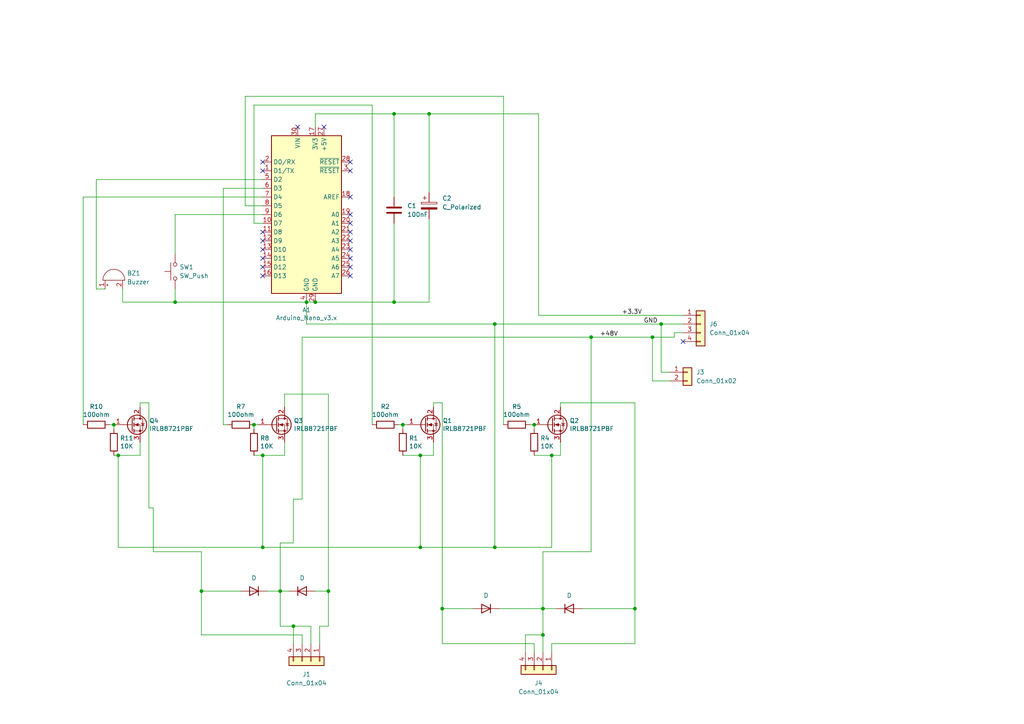
<source format=kicad_sch>
(kicad_sch (version 20250114) (generator "eeschema") (generator_version "9.0")
  (paper "A4")
  (lib_symbols
    (symbol "Connector_Generic:Conn_01x02" (pin_names (offset 1.016) (hide yes))
      (property "Reference" "J" (at 0 2.54 0))
      (property "Value" "Conn_01x02" (at 0 -5.08 0))
      (symbol "Conn_01x02_1_1"
        (rectangle (start -1.27 1.27) (end 1.27 -3.81) (stroke (width 0.254)) (fill (type background)))
        (rectangle (start -1.27 0.127) (end 0 -0.127) (stroke (width 0.1524)))
        (rectangle (start -1.27 -2.413) (end 0 -2.667) (stroke (width 0.1524)))
        (pin passive line (at -5.08 0 0) (length 3.81) (name "Pin_1") (number "1"))
        (pin passive line (at -5.08 -2.54 0) (length 3.81) (name "Pin_2") (number "2"))
      )
    )
    (symbol "Connector_Generic:Conn_01x04" (pin_names (offset 1.016) (hide yes))
      (property "Reference" "J" (at 0 5.08 0))
      (property "Value" "Conn_01x04" (at 0 -7.62 0))
      (symbol "Conn_01x04_1_1"
        (rectangle (start -1.27 3.81) (end 1.27 -6.35) (stroke (width 0.254)) (fill (type background)))
        (rectangle (start -1.27 2.667) (end 0 2.413) (stroke (width 0.1524)))
        (rectangle (start -1.27 0.127) (end 0 -0.127) (stroke (width 0.1524)))
        (rectangle (start -1.27 -2.413) (end 0 -2.667) (stroke (width 0.1524)))
        (rectangle (start -1.27 -4.953) (end 0 -5.207) (stroke (width 0.1524)))
        (pin passive line (at -5.08 2.54 0) (length 3.81) (name "Pin_1") (number "1"))
        (pin passive line (at -5.08 0 0) (length 3.81) (name "Pin_2") (number "2"))
        (pin passive line (at -5.08 -2.54 0) (length 3.81) (name "Pin_3") (number "3"))
        (pin passive line (at -5.08 -5.08 0) (length 3.81) (name "Pin_4") (number "4"))
      )
    )
    (symbol "Device:Buzzer" (pin_names (offset 0.0254) (hide yes))
      (property "Reference" "BZ" (at 3.81 1.27 0))
      (property "Value" "Buzzer" (at 3.81 -1.27 0))
      (symbol "Buzzer_0_1"
        (polyline (pts (xy -1.651 1.905) (xy -1.143 1.905)))
        (polyline (pts (xy -1.397 2.159) (xy -1.397 1.651)))
        (arc (start 0 3.175) (mid 3.1612 0) (end 0 -3.175))
        (polyline (pts (xy 0 3.175) (xy 0 -3.175)))
      )
      (symbol "Buzzer_1_1"
        (pin passive line (at -2.54 2.54 0) (length 2.54) (name "+") (number "1"))
        (pin passive line (at -2.54 -2.54 0) (length 2.54) (name "-") (number "2"))
      )
    )
    (symbol "Device:C" (pin_numbers (hide yes)) (pin_names (offset 0.254))
      (property "Reference" "C" (at 0.635 2.54 0))
      (property "Value" "C" (at 0.635 -2.54 0))
      (symbol "C_0_1"
        (polyline (pts (xy -2.032 0.762) (xy 2.032 0.762)) (stroke (width 0.508)))
        (polyline (pts (xy -2.032 -0.762) (xy 2.032 -0.762)) (stroke (width 0.508)))
      )
      (symbol "C_1_1"
        (pin passive line (at 0 3.81 270) (length 2.794) (name "~") (number "1"))
        (pin passive line (at 0 -3.81 90) (length 2.794) (name "~") (number "2"))
      )
    )
    (symbol "Device:C_Polarized" (pin_numbers (hide yes)) (pin_names (offset 0.254))
      (property "Reference" "C" (at 0.635 2.54 0))
      (property "Value" "C_Polarized" (at 0.635 -2.54 0))
      (symbol "C_Polarized_0_1"
        (rectangle (start -2.286 0.508) (end 2.286 1.016))
        (polyline (pts (xy -1.778 2.286) (xy -0.762 2.286)))
        (polyline (pts (xy -1.27 2.794) (xy -1.27 1.778)))
        (rectangle (start 2.286 -0.508) (end -2.286 -1.016) (fill (type outline)))
      )
      (symbol "C_Polarized_1_1"
        (pin passive line (at 0 3.81 270) (length 2.794) (name "~") (number "1"))
        (pin passive line (at 0 -3.81 90) (length 2.794) (name "~") (number "2"))
      )
    )
    (symbol "Device:D" (pin_numbers (hide yes)) (pin_names (offset 1.016) (hide yes))
      (property "Reference" "D" (at 0 2.54 0))
      (property "Value" "D" (at 0 -2.54 0))
      (symbol "D_0_1"
        (polyline (pts (xy -1.27 1.27) (xy -1.27 -1.27)) (stroke (width 0.254)))
        (polyline (pts (xy 1.27 1.27) (xy 1.27 -1.27) (xy -1.27 0) (xy 1.27 1.27)) (stroke (width 0.254)))
        (polyline (pts (xy 1.27 0) (xy -1.27 0)))
      )
      (symbol "D_1_1"
        (pin passive line (at -3.81 0 0) (length 2.54) (name "K") (number "1"))
        (pin passive line (at 3.81 0 180) (length 2.54) (name "A") (number "2"))
      )
    )
    (symbol "Device:R" (pin_numbers (hide yes)) (pin_names (offset 0))
      (property "Reference" "R" (at 2.032 0 90))
      (property "Value" "R" (at 0 0 90))
      (symbol "R_0_1"
        (rectangle (start -1.016 -2.54) (end 1.016 2.54) (stroke (width 0.254)))
      )
      (symbol "R_1_1"
        (pin passive line (at 0 3.81 270) (length 1.27) (name "~") (number "1"))
        (pin passive line (at 0 -3.81 90) (length 1.27) (name "~") (number "2"))
      )
    )
    (symbol "MCU_Module:Arduino_Nano_v3.x"
      (property "Reference" "A" (at -10.16 23.495 0))
      (property "Value" "Arduino_Nano_v3.x" (at 5.08 -24.13 0))
      (symbol "Arduino_Nano_v3.x_0_1"
        (rectangle (start -10.16 22.86) (end 10.16 -22.86) (stroke (width 0.254)) (fill (type background)))
      )
      (symbol "Arduino_Nano_v3.x_1_1"
        (pin bidirectional line (at -12.7 15.24 0) (length 2.54) (name "D0/RX") (number "2"))
        (pin bidirectional line (at -12.7 12.7 0) (length 2.54) (name "D1/TX") (number "1"))
        (pin bidirectional line (at -12.7 10.16 0) (length 2.54) (name "D2") (number "5"))
        (pin bidirectional line (at -12.7 7.62 0) (length 2.54) (name "D3") (number "6"))
        (pin bidirectional line (at -12.7 5.08 0) (length 2.54) (name "D4") (number "7"))
        (pin bidirectional line (at -12.7 2.54 0) (length 2.54) (name "D5") (number "8"))
        (pin bidirectional line (at -12.7 0 0) (length 2.54) (name "D6") (number "9"))
        (pin bidirectional line (at -12.7 -2.54 0) (length 2.54) (name "D7") (number "10"))
        (pin bidirectional line (at -12.7 -5.08 0) (length 2.54) (name "D8") (number "11"))
        (pin bidirectional line (at -12.7 -7.62 0) (length 2.54) (name "D9") (number "12"))
        (pin bidirectional line (at -12.7 -10.16 0) (length 2.54) (name "D10") (number "13"))
        (pin bidirectional line (at -12.7 -12.7 0) (length 2.54) (name "D11") (number "14"))
        (pin bidirectional line (at -12.7 -15.24 0) (length 2.54) (name "D12") (number "15"))
        (pin bidirectional line (at -12.7 -17.78 0) (length 2.54) (name "D13") (number "16"))
        (pin power_in line (at -2.54 25.4 270) (length 2.54) (name "VIN") (number "30"))
        (pin power_in line (at 0 -25.4 90) (length 2.54) (name "GND") (number "4"))
        (pin power_out line (at 2.54 25.4 270) (length 2.54) (name "3V3") (number "17"))
        (pin power_in line (at 2.54 -25.4 90) (length 2.54) (name "GND") (number "29"))
        (pin power_out line (at 5.08 25.4 270) (length 2.54) (name "+5V") (number "27"))
        (pin input line (at 12.7 15.24 180) (length 2.54) (name "~{RESET}") (number "28"))
        (pin input line (at 12.7 12.7 180) (length 2.54) (name "~{RESET}") (number "3"))
        (pin input line (at 12.7 5.08 180) (length 2.54) (name "AREF") (number "18"))
        (pin bidirectional line (at 12.7 0 180) (length 2.54) (name "A0") (number "19"))
        (pin bidirectional line (at 12.7 -2.54 180) (length 2.54) (name "A1") (number "20"))
        (pin bidirectional line (at 12.7 -5.08 180) (length 2.54) (name "A2") (number "21"))
        (pin bidirectional line (at 12.7 -7.62 180) (length 2.54) (name "A3") (number "22"))
        (pin bidirectional line (at 12.7 -10.16 180) (length 2.54) (name "A4") (number "23"))
        (pin bidirectional line (at 12.7 -12.7 180) (length 2.54) (name "A5") (number "24"))
        (pin bidirectional line (at 12.7 -15.24 180) (length 2.54) (name "A6") (number "25"))
        (pin bidirectional line (at 12.7 -17.78 180) (length 2.54) (name "A7") (number "26"))
      )
    )
    (symbol "Switch:SW_Push" (pin_numbers (hide yes)) (pin_names (offset 1.016) (hide yes))
      (property "Reference" "SW" (at 1.27 2.54 0))
      (property "Value" "SW_Push" (at 0 -1.524 0))
      (symbol "SW_Push_0_1"
        (circle (center -2.032 0) (radius 0.508))
        (polyline (pts (xy 0 1.27) (xy 0 3.048)))
        (circle (center 2.032 0) (radius 0.508))
        (polyline (pts (xy 2.54 1.27) (xy -2.54 1.27)))
        (pin passive line (at -5.08 0 0) (length 2.54) (name "1") (number "1"))
        (pin passive line (at 5.08 0 180) (length 2.54) (name "2") (number "2"))
      )
    )
    (symbol "Transistor_FET:IRLZ34N" (pin_names (hide yes))
      (property "Reference" "Q" (at 5.08 1.905 0))
      (property "Value" "IRLZ34N" (at 5.08 0 0))
      (symbol "IRLZ34N_0_1"
        (polyline (pts (xy 0.254 1.905) (xy 0.254 -1.905)) (stroke (width 0.254)))
        (polyline (pts (xy 0.254 0) (xy -2.54 0)))
        (polyline (pts (xy 0.762 2.286) (xy 0.762 1.27)) (stroke (width 0.254)))
        (polyline (pts (xy 0.762 0.508) (xy 0.762 -0.508)) (stroke (width 0.254)))
        (polyline (pts (xy 0.762 -1.27) (xy 0.762 -2.286)) (stroke (width 0.254)))
        (polyline (pts (xy 0.762 -1.778) (xy 3.302 -1.778) (xy 3.302 1.778) (xy 0.762 1.778)))
        (polyline (pts (xy 1.016 0) (xy 2.032 0.381) (xy 2.032 -0.381) (xy 1.016 0)) (fill (type outline)))
        (circle (center 1.651 0) (radius 2.794) (stroke (width 0.254)))
        (polyline (pts (xy 2.54 2.54) (xy 2.54 1.778)))
        (circle (center 2.54 1.778) (radius 0.254) (fill (type outline)))
        (circle (center 2.54 -1.778) (radius 0.254) (fill (type outline)))
        (polyline (pts (xy 2.54 -2.54) (xy 2.54 0) (xy 0.762 0)))
        (polyline (pts (xy 2.794 0.508) (xy 2.921 0.381) (xy 3.683 0.381) (xy 3.81 0.254)))
        (polyline (pts (xy 3.302 0.381) (xy 2.921 -0.254) (xy 3.683 -0.254) (xy 3.302 0.381)))
      )
      (symbol "IRLZ34N_1_1"
        (pin input line (at -5.08 0 0) (length 2.54) (name "G") (number "1"))
        (pin passive line (at 2.54 5.08 270) (length 2.54) (name "D") (number "2"))
        (pin passive line (at 2.54 -5.08 90) (length 2.54) (name "S") (number "3"))
      )
    )
  )
  (junction (at 157.48 176.53))
  (junction (at 114.3 33.02))
  (junction (at 76.2 158.75))
  (junction (at 88.9 87.63))
  (junction (at 34.29 132.08))
  (junction (at 91.44 87.63))
  (junction (at 114.3 87.63))
  (junction (at 81.28 171.45))
  (junction (at 157.48 184.15))
  (junction (at 73.66 123.19))
  (junction (at 160.02 132.08))
  (junction (at 189.23 97.79))
  (junction (at 116.84 123.19))
  (junction (at 33.02 123.19))
  (junction (at 121.92 158.75))
  (junction (at 121.92 132.08))
  (junction (at 124.46 33.02))
  (junction (at 76.2 132.08))
  (junction (at 184.15 176.53))
  (junction (at 171.45 97.79))
  (junction (at 143.51 158.75))
  (junction (at 85.09 181.61))
  (junction (at 58.42 171.45))
  (junction (at 50.8 87.63))
  (junction (at 191.77 93.98))
  (junction (at 95.25 171.45))
  (junction (at 154.94 123.19))
  (junction (at 143.51 93.98))
  (junction (at 128.27 176.53))
  (no_connect (at 101.6 46.99))
  (no_connect (at 101.6 49.53))
  (no_connect (at 86.36 36.83))
  (no_connect (at 76.2 77.47))
  (no_connect (at 101.6 62.23))
  (no_connect (at 76.2 72.39))
  (no_connect (at 76.2 49.53))
  (no_connect (at 101.6 64.77))
  (no_connect (at 198.12 99.06))
  (no_connect (at 101.6 80.01))
  (no_connect (at 101.6 69.85))
  (no_connect (at 101.6 67.31))
  (no_connect (at 76.2 46.99))
  (no_connect (at 101.6 77.47))
  (no_connect (at 93.98 36.83))
  (no_connect (at 101.6 72.39))
  (no_connect (at 76.2 74.93))
  (no_connect (at 76.2 69.85))
  (no_connect (at 76.2 67.31))
  (no_connect (at 101.6 57.15))
  (no_connect (at 101.6 74.93))
  (no_connect (at 76.2 80.01))
  (wire (pts (xy 95.25 114.3) (xy 82.55 114.3)))
  (wire (pts (xy 77.47 171.45) (xy 81.28 171.45)))
  (wire (pts (xy 88.9 87.63) (xy 91.44 87.63)))
  (wire (pts (xy 76.2 158.75) (xy 121.92 158.75)))
  (wire (pts (xy 71.12 59.69) (xy 76.2 59.69)))
  (wire (pts (xy 128.27 176.53) (xy 128.27 186.69)))
  (wire (pts (xy 168.91 176.53) (xy 184.15 176.53)))
  (wire (pts (xy 44.45 160.02) (xy 58.42 160.02)))
  (wire (pts (xy 125.73 116.84) (xy 125.73 118.11)))
  (wire (pts (xy 128.27 176.53) (xy 137.16 176.53)))
  (wire (pts (xy 34.29 132.08) (xy 40.64 132.08)))
  (wire (pts (xy 27.94 83.82) (xy 30.48 83.82)))
  (wire (pts (xy 87.63 144.78) (xy 85.09 144.78)))
  (wire (pts (xy 162.56 132.08) (xy 162.56 128.27)))
  (wire (pts (xy 184.15 176.53) (xy 184.15 186.69)))
  (wire (pts (xy 95.25 114.3) (xy 95.25 171.45)))
  (wire (pts (xy 43.18 147.32) (xy 43.18 116.84)))
  (wire (pts (xy 116.84 123.19) (xy 118.11 123.19)))
  (wire (pts (xy 73.66 30.48) (xy 73.66 64.77)))
  (wire (pts (xy 171.45 97.79) (xy 189.23 97.79)))
  (wire (pts (xy 191.77 93.98) (xy 191.77 107.95)))
  (wire (pts (xy 90.17 181.61) (xy 90.17 186.69)))
  (wire (pts (xy 171.45 160.02) (xy 157.48 160.02)))
  (wire (pts (xy 34.29 158.75) (xy 76.2 158.75)))
  (wire (pts (xy 64.77 54.61) (xy 64.77 123.19)))
  (wire (pts (xy 91.44 33.02) (xy 114.3 33.02)))
  (wire (pts (xy 143.51 93.98) (xy 143.51 158.75)))
  (wire (pts (xy 95.25 181.61) (xy 92.71 181.61)))
  (wire (pts (xy 81.28 157.48) (xy 81.28 171.45)))
  (wire (pts (xy 124.46 33.02) (xy 156.21 33.02)))
  (wire (pts (xy 76.2 132.08) (xy 76.2 158.75)))
  (wire (pts (xy 76.2 54.61) (xy 64.77 54.61)))
  (wire (pts (xy 195.58 97.79) (xy 195.58 96.52)))
  (wire (pts (xy 31.75 123.19) (xy 33.02 123.19)))
  (wire (pts (xy 24.13 57.15) (xy 24.13 123.19)))
  (wire (pts (xy 91.44 87.63) (xy 114.3 87.63)))
  (wire (pts (xy 125.73 132.08) (xy 125.73 128.27)))
  (wire (pts (xy 128.27 116.84) (xy 128.27 176.53)))
  (wire (pts (xy 146.05 27.94) (xy 146.05 123.19)))
  (wire (pts (xy 128.27 186.69) (xy 154.94 186.69)))
  (wire (pts (xy 34.29 132.08) (xy 34.29 158.75)))
  (wire (pts (xy 73.66 64.77) (xy 76.2 64.77)))
  (wire (pts (xy 156.21 33.02) (xy 156.21 91.44)))
  (wire (pts (xy 88.9 93.98) (xy 143.51 93.98)))
  (wire (pts (xy 87.63 97.79) (xy 171.45 97.79)))
  (wire (pts (xy 114.3 33.02) (xy 124.46 33.02)))
  (wire (pts (xy 73.66 132.08) (xy 76.2 132.08)))
  (wire (pts (xy 143.51 158.75) (xy 160.02 158.75)))
  (wire (pts (xy 157.48 184.15) (xy 152.4 184.15)))
  (wire (pts (xy 71.12 27.94) (xy 146.05 27.94)))
  (wire (pts (xy 50.8 87.63) (xy 88.9 87.63)))
  (wire (pts (xy 157.48 160.02) (xy 157.48 176.53)))
  (wire (pts (xy 189.23 97.79) (xy 189.23 110.49)))
  (wire (pts (xy 58.42 184.15) (xy 87.63 184.15)))
  (wire (pts (xy 87.63 184.15) (xy 87.63 186.69)))
  (wire (pts (xy 40.64 132.08) (xy 40.64 128.27)))
  (wire (pts (xy 76.2 132.08) (xy 82.55 132.08)))
  (wire (pts (xy 162.56 116.84) (xy 162.56 118.11)))
  (wire (pts (xy 85.09 157.48) (xy 81.28 157.48)))
  (wire (pts (xy 121.92 158.75) (xy 143.51 158.75)))
  (wire (pts (xy 27.94 52.07) (xy 27.94 83.82)))
  (wire (pts (xy 144.78 176.53) (xy 157.48 176.53)))
  (wire (pts (xy 157.48 176.53) (xy 157.48 184.15)))
  (wire (pts (xy 58.42 160.02) (xy 58.42 171.45)))
  (wire (pts (xy 91.44 171.45) (xy 95.25 171.45)))
  (wire (pts (xy 124.46 87.63) (xy 124.46 63.5)))
  (wire (pts (xy 116.84 123.19) (xy 116.84 124.46)))
  (wire (pts (xy 95.25 171.45) (xy 95.25 181.61)))
  (wire (pts (xy 85.09 144.78) (xy 85.09 157.48)))
  (wire (pts (xy 64.77 123.19) (xy 66.04 123.19)))
  (wire (pts (xy 198.12 93.98) (xy 191.77 93.98)))
  (wire (pts (xy 121.92 132.08) (xy 125.73 132.08)))
  (wire (pts (xy 82.55 114.3) (xy 82.55 118.11)))
  (wire (pts (xy 44.45 147.32) (xy 44.45 160.02)))
  (wire (pts (xy 184.15 186.69) (xy 160.02 186.69)))
  (wire (pts (xy 35.56 87.63) (xy 35.56 83.82)))
  (wire (pts (xy 160.02 132.08) (xy 160.02 158.75)))
  (wire (pts (xy 116.84 132.08) (xy 121.92 132.08)))
  (wire (pts (xy 76.2 62.23) (xy 50.8 62.23)))
  (wire (pts (xy 124.46 33.02) (xy 124.46 55.88)))
  (wire (pts (xy 128.27 116.84) (xy 125.73 116.84)))
  (wire (pts (xy 121.92 132.08) (xy 121.92 158.75)))
  (wire (pts (xy 171.45 97.79) (xy 171.45 160.02)))
  (wire (pts (xy 85.09 181.61) (xy 90.17 181.61)))
  (wire (pts (xy 184.15 116.84) (xy 162.56 116.84)))
  (wire (pts (xy 194.31 107.95) (xy 191.77 107.95)))
  (wire (pts (xy 50.8 62.23) (xy 50.8 73.66)))
  (wire (pts (xy 156.21 91.44) (xy 198.12 91.44)))
  (wire (pts (xy 35.56 87.63) (xy 50.8 87.63)))
  (wire (pts (xy 114.3 87.63) (xy 124.46 87.63)))
  (wire (pts (xy 91.44 33.02) (xy 91.44 36.83)))
  (wire (pts (xy 24.13 57.15) (xy 76.2 57.15)))
  (wire (pts (xy 157.48 176.53) (xy 161.29 176.53)))
  (wire (pts (xy 157.48 184.15) (xy 157.48 189.23)))
  (wire (pts (xy 160.02 186.69) (xy 160.02 189.23)))
  (wire (pts (xy 85.09 181.61) (xy 85.09 186.69)))
  (wire (pts (xy 92.71 181.61) (xy 92.71 186.69)))
  (wire (pts (xy 81.28 181.61) (xy 85.09 181.61)))
  (wire (pts (xy 115.57 123.19) (xy 116.84 123.19)))
  (wire (pts (xy 189.23 97.79) (xy 195.58 97.79)))
  (wire (pts (xy 82.55 132.08) (xy 82.55 128.27)))
  (wire (pts (xy 81.28 171.45) (xy 83.82 171.45)))
  (wire (pts (xy 33.02 132.08) (xy 34.29 132.08)))
  (wire (pts (xy 88.9 87.63) (xy 88.9 93.98)))
  (wire (pts (xy 107.95 30.48) (xy 107.95 123.19)))
  (wire (pts (xy 33.02 123.19) (xy 33.02 124.46)))
  (wire (pts (xy 154.94 123.19) (xy 154.94 124.46)))
  (wire (pts (xy 73.66 123.19) (xy 74.93 123.19)))
  (wire (pts (xy 58.42 171.45) (xy 69.85 171.45)))
  (wire (pts (xy 81.28 171.45) (xy 81.28 181.61)))
  (wire (pts (xy 114.3 33.02) (xy 114.3 57.15)))
  (wire (pts (xy 50.8 83.82) (xy 50.8 87.63)))
  (wire (pts (xy 27.94 52.07) (xy 76.2 52.07)))
  (wire (pts (xy 154.94 132.08) (xy 160.02 132.08)))
  (wire (pts (xy 73.66 123.19) (xy 73.66 124.46)))
  (wire (pts (xy 43.18 116.84) (xy 40.64 116.84)))
  (wire (pts (xy 73.66 30.48) (xy 107.95 30.48)))
  (wire (pts (xy 154.94 186.69) (xy 154.94 189.23)))
  (wire (pts (xy 44.45 147.32) (xy 43.18 147.32)))
  (wire (pts (xy 40.64 116.84) (xy 40.64 118.11)))
  (wire (pts (xy 153.67 123.19) (xy 154.94 123.19)))
  (wire (pts (xy 152.4 184.15) (xy 152.4 189.23)))
  (wire (pts (xy 71.12 27.94) (xy 71.12 59.69)))
  (wire (pts (xy 184.15 116.84) (xy 184.15 176.53)))
  (wire (pts (xy 191.77 93.98) (xy 143.51 93.98)))
  (wire (pts (xy 194.31 110.49) (xy 189.23 110.49)))
  (wire (pts (xy 114.3 64.77) (xy 114.3 87.63)))
  (wire (pts (xy 160.02 132.08) (xy 162.56 132.08)))
  (wire (pts (xy 195.58 96.52) (xy 198.12 96.52)))
  (wire (pts (xy 87.63 97.79) (xy 87.63 144.78)))
  (wire (pts (xy 58.42 171.45) (xy 58.42 184.15)))
  (label "+3.3V" (at 180.34 91.44 0))
  (label "+48V" (at 173.99 97.79 0))
  (label "GND" (at 186.69 93.98 0))
  (symbol (lib_id "MCU_Module:Arduino_Nano_v3.x") (at 88.9 62.23 0) (unit 1)
    (property "Reference" "A1" (at 88.9 89.8906 0))
    (property "Value" "Arduino_Nano_v3.x" (at 88.9 92.202 0))
    (property "Footprint" "Module:Arduino_Nano" (effects (hide yes)))
    (property "Datasheet" "http://www.mouser.com/pdfdocs/Gravitech_Arduino_Nano3_0.pdf" (effects (hide yes)))
  )
  (symbol (lib_id "Transistor_FET:IRLZ34N") (at 123.19 123.19 0) (unit 1)
    (property "Reference" "Q1" (at 128.3716 122.0216 0) (effects (justify left)))
    (property "Value" "IRLB8721PBF" (at 128.3716 124.333 0) (effects (justify left)))
    (property "Footprint" "Package_TO_SOT_THT:TO-220-3_Vertical" (effects (hide yes)))
    (property "Datasheet" "http://www.infineon.com/dgdl/irlz34npbf.pdf?fileId=5546d462533600a40153567206892720" (effects (hide yes)))
  )
  (symbol (lib_id "Device:R") (at 111.76 123.19 270) (unit 1)
    (property "Reference" "R2" (at 111.76 117.9322 90))
    (property "Value" "100ohm" (at 111.76 120.2436 90))
    (property "Footprint" "Resistor_THT:R_Axial_DIN0204_L3.6mm_D1.6mm_P7.62mm_Horizontal" (effects (hide yes)))
  )
  (symbol (lib_id "Device:R") (at 116.84 128.27 0) (unit 1)
    (property "Reference" "R1" (at 118.618 127.1016 0) (effects (justify left)))
    (property "Value" "10K" (at 118.618 129.413 0) (effects (justify left)))
    (property "Footprint" "Resistor_THT:R_Axial_DIN0204_L3.6mm_D1.6mm_P7.62mm_Horizontal" (effects (hide yes)))
  )
  (symbol (lib_id "Device:R") (at 154.94 128.27 0) (unit 1)
    (property "Reference" "R4" (at 156.718 127.1016 0) (effects (justify left)))
    (property "Value" "10K" (at 156.718 129.413 0) (effects (justify left)))
    (property "Footprint" "Resistor_THT:R_Axial_DIN0204_L3.6mm_D1.6mm_P7.62mm_Horizontal" (effects (hide yes)))
  )
  (symbol (lib_id "Device:R") (at 149.86 123.19 270) (unit 1)
    (property "Reference" "R5" (at 149.86 117.9322 90))
    (property "Value" "100ohm" (at 149.86 120.2436 90))
    (property "Footprint" "Resistor_THT:R_Axial_DIN0204_L3.6mm_D1.6mm_P7.62mm_Horizontal" (effects (hide yes)))
  )
  (symbol (lib_id "Transistor_FET:IRLZ34N") (at 160.02 123.19 0) (unit 1)
    (property "Reference" "Q2" (at 165.2016 122.0216 0) (effects (justify left)))
    (property "Value" "IRLB8721PBF" (at 165.2016 124.333 0) (effects (justify left)))
    (property "Footprint" "Package_TO_SOT_THT:TO-220-3_Vertical" (effects (hide yes)))
    (property "Datasheet" "http://www.infineon.com/dgdl/irlz34npbf.pdf?fileId=5546d462533600a40153567206892720" (effects (hide yes)))
  )
  (symbol (lib_id "Device:D") (at 165.1 176.53 0) (unit 1)
    (property "Reference" "D2" (effects (hide yes)))
    (property "Value" "D" (at 165.1 172.72 0))
    (property "Footprint" "Resistor_THT:R_Axial_DIN0204_L3.6mm_D1.6mm_P5.08mm_Horizontal" (effects (hide yes)))
    (property "Description" "Diode" (effects (hide yes)))
    (property "Sim.Device" "D" (effects (hide yes)))
    (property "Sim.Pins" "1=K 2=A" (effects (hide yes)))
  )
  (symbol (lib_id "Device:C") (at 114.3 60.96 0) (unit 1)
    (property "Reference" "C1" (at 118.11 59.6899 0) (effects (justify left)))
    (property "Value" "100nF" (at 118.11 62.2299 0) (effects (justify left)))
    (property "Footprint" "Capacitor_THT:C_Disc_D3.0mm_W1.6mm_P2.50mm" (effects (hide yes)))
    (property "Description" "Unpolarized capacitor" (effects (hide yes)))
  )
  (symbol (lib_id "Connector_Generic:Conn_01x02") (at 199.39 107.95 0) (unit 1)
    (property "Reference" "J3" (at 201.93 107.9499 0) (effects (justify left)))
    (property "Value" "Conn_01x02" (at 201.93 110.4899 0) (effects (justify left)))
    (property "Footprint" "TerminalBlock:TerminalBlock_MaiXu_MX126-5.0-02P_1x02_P5.00mm" (effects (hide yes)))
    (property "Description" "Generic connector, single row, 01x02, script generated (kicad-library-utils/schlib/autogen/connector/)" (effects (hide yes)))
  )
  (symbol (lib_id "Transistor_FET:IRLZ34N") (at 38.1 123.19 0) (unit 1)
    (property "Reference" "Q4" (at 43.2816 122.0216 0) (effects (justify left)))
    (property "Value" "IRLB8721PBF" (at 43.2816 124.333 0) (effects (justify left)))
    (property "Footprint" "Package_TO_SOT_THT:TO-220-3_Vertical" (effects (hide yes)))
    (property "Datasheet" "http://www.infineon.com/dgdl/irlz34npbf.pdf?fileId=5546d462533600a40153567206892720" (effects (hide yes)))
  )
  (symbol (lib_id "Device:R") (at 33.02 128.27 0) (unit 1)
    (property "Reference" "R11" (at 34.798 127.1016 0) (effects (justify left)))
    (property "Value" "10K" (at 34.798 129.413 0) (effects (justify left)))
    (property "Footprint" "Resistor_THT:R_Axial_DIN0204_L3.6mm_D1.6mm_P7.62mm_Horizontal" (effects (hide yes)))
  )
  (symbol (lib_id "Transistor_FET:IRLZ34N") (at 80.01 123.19 0) (unit 1)
    (property "Reference" "Q3" (at 85.1916 122.0216 0) (effects (justify left)))
    (property "Value" "IRLB8721PBF" (at 85.1916 124.333 0) (effects (justify left)))
    (property "Footprint" "Package_TO_SOT_THT:TO-220-3_Vertical" (effects (hide yes)))
    (property "Datasheet" "http://www.infineon.com/dgdl/irlz34npbf.pdf?fileId=5546d462533600a40153567206892720" (effects (hide yes)))
  )
  (symbol (lib_id "Device:D") (at 87.63 171.45 0) (unit 1)
    (property "Reference" "D1" (effects (hide yes)))
    (property "Value" "D" (at 87.63 167.64 0))
    (property "Footprint" "Resistor_THT:R_Axial_DIN0204_L3.6mm_D1.6mm_P5.08mm_Horizontal" (effects (hide yes)))
    (property "Description" "Diode" (effects (hide yes)))
    (property "Sim.Device" "D" (effects (hide yes)))
    (property "Sim.Pins" "1=K 2=A" (effects (hide yes)))
  )
  (symbol (lib_id "Device:D") (at 140.97 176.53 180) (unit 1)
    (property "Reference" "D3" (effects (hide yes)))
    (property "Value" "D" (at 140.97 172.72 0))
    (property "Footprint" "Resistor_THT:R_Axial_DIN0204_L3.6mm_D1.6mm_P5.08mm_Horizontal" (effects (hide yes)))
    (property "Description" "Diode" (effects (hide yes)))
    (property "Sim.Device" "D" (effects (hide yes)))
    (property "Sim.Pins" "1=K 2=A" (effects (hide yes)))
  )
  (symbol (lib_id "Device:R") (at 73.66 128.27 0) (unit 1)
    (property "Reference" "R8" (at 75.438 127.1016 0) (effects (justify left)))
    (property "Value" "10K" (at 75.438 129.413 0) (effects (justify left)))
    (property "Footprint" "Resistor_THT:R_Axial_DIN0204_L3.6mm_D1.6mm_P7.62mm_Horizontal" (effects (hide yes)))
  )
  (symbol (lib_id "Device:R") (at 27.94 123.19 270) (unit 1)
    (property "Reference" "R10" (at 27.94 117.9322 90))
    (property "Value" "100ohm" (at 27.94 120.2436 90))
    (property "Footprint" "Resistor_THT:R_Axial_DIN0204_L3.6mm_D1.6mm_P7.62mm_Horizontal" (effects (hide yes)))
  )
  (symbol (lib_id "Connector_Generic:Conn_01x04") (at 90.17 191.77 270) (unit 1)
    (property "Reference" "J1" (at 88.9 195.58 90))
    (property "Value" "Conn_01x04" (at 88.9 198.12 90))
    (property "Footprint" "TerminalBlock:TerminalBlock_MaiXu_MX126-5.0-04P_1x04_P5.00mm" (effects (hide yes)))
    (property "Description" "Generic connector, single row, 01x04, script generated (kicad-library-utils/schlib/autogen/connector/)" (effects (hide yes)))
  )
  (symbol (lib_id "Connector_Generic:Conn_01x04") (at 157.48 194.31 270) (unit 1)
    (property "Reference" "J4" (at 156.21 198.12 90))
    (property "Value" "Conn_01x04" (at 156.21 200.66 90))
    (property "Footprint" "TerminalBlock:TerminalBlock_MaiXu_MX126-5.0-04P_1x04_P5.00mm" (effects (hide yes)))
    (property "Description" "Generic connector, single row, 01x04, script generated (kicad-library-utils/schlib/autogen/connector/)" (effects (hide yes)))
  )
  (symbol (lib_id "Device:C_Polarized") (at 124.46 59.69 0) (unit 1)
    (property "Reference" "C2" (at 128.27 57.5309 0) (effects (justify left)))
    (property "Value" "C_Polarized" (at 128.27 60.0709 0) (effects (justify left)))
    (property "Footprint" "Capacitor_THT:C_Disc_D3.0mm_W1.6mm_P2.50mm" (effects (hide yes)))
    (property "Description" "Polarized capacitor" (effects (hide yes)))
  )
  (symbol (lib_id "Connector_Generic:Conn_01x04") (at 203.2 93.98 0) (unit 1)
    (property "Reference" "J6" (at 205.74 93.9799 0) (effects (justify left)))
    (property "Value" "Conn_01x04" (at 205.74 96.5199 0) (effects (justify left)))
    (property "Footprint" "Connector_Molex:Molex_KK-254_AE-6410-04A_1x04_P2.54mm_Vertical" (effects (hide yes)))
    (property "Description" "Generic connector, single row, 01x04, script generated (kicad-library-utils/schlib/autogen/connector/)" (effects (hide yes)))
  )
  (symbol (lib_id "Device:R") (at 69.85 123.19 270) (unit 1)
    (property "Reference" "R7" (at 69.85 117.9322 90))
    (property "Value" "100ohm" (at 69.85 120.2436 90))
    (property "Footprint" "Resistor_THT:R_Axial_DIN0204_L3.6mm_D1.6mm_P7.62mm_Horizontal" (effects (hide yes)))
  )
  (symbol (lib_id "Device:Buzzer") (at 33.02 81.28 90) (unit 1)
    (property "Reference" "BZ1" (at 36.83 79.2548 90) (effects (justify right)))
    (property "Value" "Buzzer" (at 36.83 81.7948 90) (effects (justify right)))
    (property "Footprint" "Buzzer_Beeper:Buzzer_15x7.5RM7.6" (effects (hide yes)))
    (property "Description" "Buzzer, polarized" (effects (hide yes)))
  )
  (symbol (lib_id "Device:D") (at 73.66 171.45 180) (unit 1)
    (property "Reference" "D4" (effects (hide yes)))
    (property "Value" "D" (at 73.66 167.64 0))
    (property "Footprint" "Resistor_THT:R_Axial_DIN0204_L3.6mm_D1.6mm_P5.08mm_Horizontal" (effects (hide yes)))
    (property "Description" "Diode" (effects (hide yes)))
    (property "Sim.Device" "D" (effects (hide yes)))
    (property "Sim.Pins" "1=K 2=A" (effects (hide yes)))
  )
  (symbol (lib_id "Switch:SW_Push") (at 50.8 78.74 90) (unit 1)
    (property "Reference" "SW1" (at 52.07 77.4699 90) (effects (justify right)))
    (property "Value" "SW_Push" (at 52.07 80.0099 90) (effects (justify right)))
    (property "Footprint" "Button_Switch_THT:SW_PUSH-12mm" (effects (hide yes)))
    (property "Description" "Push button switch, generic, two pins" (effects (hide yes)))
  )
)
</source>
